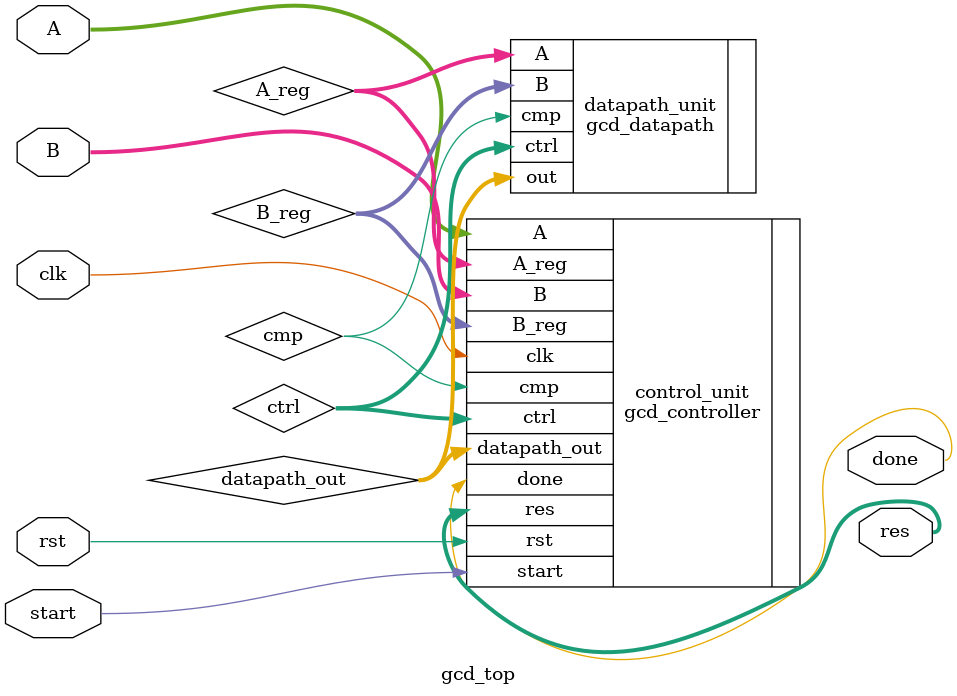
<source format=v>





module gcd_top#(parameter op_sz=8) 
                (input [op_sz-1:0] A,B,
                 input start,clk,rst,
                 output [op_sz-1:0] res,
                 output done
                     );



wire [2:0] ctrl ;
wire [op_sz-1:0] A_reg,B_reg;
wire [op_sz-1:0] datapath_out;
wire cmp ;
  
  
  
  
  
  
  
  gcd_controller#(.op_sz(op_sz))  control_unit
                      (  .A(A),.B(B),.clk(clk),.rst(rst),.cmp(cmp),.start(start),
                      .datapath_out(datapath_out), .ctrl(ctrl),.res(res), .done(done),.A_reg(A_reg),.B_reg(B_reg) );



gcd_datapath#(.op_sz(op_sz)) datapath_unit(  .A(A_reg),.B(B_reg),.ctrl(ctrl),
                                      .out(datapath_out),.cmp(cmp));






endmodule
</source>
